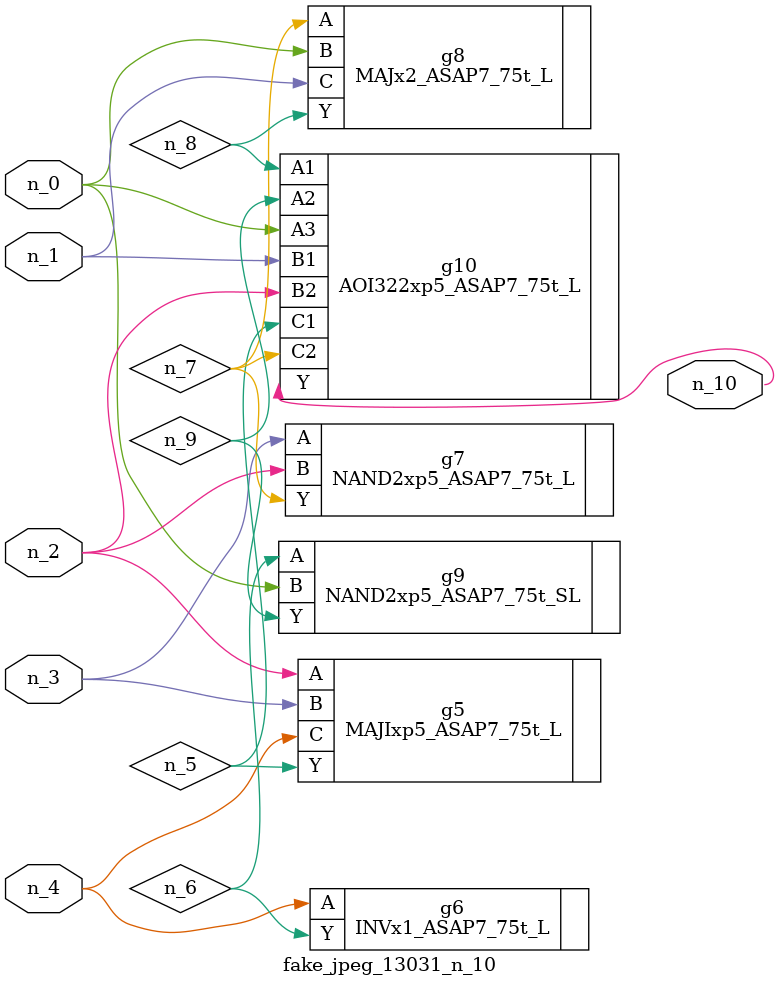
<source format=v>
module fake_jpeg_13031_n_10 (n_3, n_2, n_1, n_0, n_4, n_10);

input n_3;
input n_2;
input n_1;
input n_0;
input n_4;

output n_10;

wire n_8;
wire n_9;
wire n_6;
wire n_5;
wire n_7;

MAJIxp5_ASAP7_75t_L g5 ( 
.A(n_2),
.B(n_3),
.C(n_4),
.Y(n_5)
);

INVx1_ASAP7_75t_L g6 ( 
.A(n_4),
.Y(n_6)
);

NAND2xp5_ASAP7_75t_L g7 ( 
.A(n_3),
.B(n_2),
.Y(n_7)
);

MAJx2_ASAP7_75t_L g8 ( 
.A(n_7),
.B(n_0),
.C(n_1),
.Y(n_8)
);

AOI322xp5_ASAP7_75t_L g10 ( 
.A1(n_8),
.A2(n_9),
.A3(n_0),
.B1(n_1),
.B2(n_2),
.C1(n_5),
.C2(n_7),
.Y(n_10)
);

NAND2xp5_ASAP7_75t_SL g9 ( 
.A(n_6),
.B(n_0),
.Y(n_9)
);


endmodule
</source>
